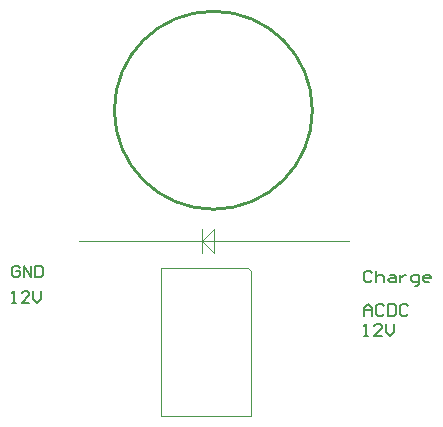
<source format=gto>
G04*
G04 #@! TF.GenerationSoftware,Altium Limited,Altium Designer,18.1.6 (161)*
G04*
G04 Layer_Color=65535*
%FSLAX44Y44*%
%MOMM*%
G71*
G01*
G75*
%ADD10C,0.2540*%
%ADD11C,0.1000*%
%ADD12C,0.2000*%
D10*
X952500Y1009650D02*
G03*
X952500Y1009650I-83820J0D01*
G01*
D11*
X858710Y899160D02*
X868870Y889000D01*
Y909320D01*
X858710Y889000D02*
Y909320D01*
Y899160D02*
X868870Y909320D01*
X754570Y899160D02*
X983170D01*
X824230Y750570D02*
Y876300D01*
Y750570D02*
X899160D01*
X900430D01*
Y873760D01*
X897890Y876300D02*
X900430Y873760D01*
X824230Y876300D02*
X897890D01*
D12*
X704624Y876471D02*
X702958Y878137D01*
X699626D01*
X697960Y876471D01*
Y869806D01*
X699626Y868140D01*
X702958D01*
X704624Y869806D01*
Y873138D01*
X701292D01*
X707957Y868140D02*
Y878137D01*
X714621Y868140D01*
Y878137D01*
X717954D02*
Y868140D01*
X722952D01*
X724618Y869806D01*
Y876471D01*
X722952Y878137D01*
X717954D01*
X996410Y835406D02*
Y842071D01*
X999742Y845403D01*
X1003074Y842071D01*
Y835406D01*
Y840405D01*
X996410D01*
X1013071Y843737D02*
X1011405Y845403D01*
X1008073D01*
X1006407Y843737D01*
Y837072D01*
X1008073Y835406D01*
X1011405D01*
X1013071Y837072D01*
X1016404Y845403D02*
Y835406D01*
X1021402D01*
X1023068Y837072D01*
Y843737D01*
X1021402Y845403D01*
X1016404D01*
X1033065Y843737D02*
X1031399Y845403D01*
X1028066D01*
X1026400Y843737D01*
Y837072D01*
X1028066Y835406D01*
X1031399D01*
X1033065Y837072D01*
X996410Y818610D02*
X999742D01*
X998076D01*
Y828607D01*
X996410Y826941D01*
X1011405Y818610D02*
X1004741D01*
X1011405Y825275D01*
Y826941D01*
X1009739Y828607D01*
X1006407D01*
X1004741Y826941D01*
X1014737Y828607D02*
Y821942D01*
X1018070Y818610D01*
X1021402Y821942D01*
Y828607D01*
X1003074Y872183D02*
X1001408Y873849D01*
X998076D01*
X996410Y872183D01*
Y865518D01*
X998076Y863852D01*
X1001408D01*
X1003074Y865518D01*
X1006407Y873849D02*
Y863852D01*
Y868851D01*
X1008073Y870517D01*
X1011405D01*
X1013071Y868851D01*
Y863852D01*
X1018070Y870517D02*
X1021402D01*
X1023068Y868851D01*
Y863852D01*
X1018070D01*
X1016404Y865518D01*
X1018070Y867185D01*
X1023068D01*
X1026400Y870517D02*
Y863852D01*
Y867185D01*
X1028066Y868851D01*
X1029733Y870517D01*
X1031399D01*
X1039729Y860520D02*
X1041395D01*
X1043062Y862186D01*
Y870517D01*
X1038063D01*
X1036397Y868851D01*
Y865518D01*
X1038063Y863852D01*
X1043062D01*
X1051392D02*
X1048060D01*
X1046394Y865518D01*
Y868851D01*
X1048060Y870517D01*
X1051392D01*
X1053058Y868851D01*
Y867185D01*
X1046394D01*
X697960Y846550D02*
X701292D01*
X699626D01*
Y856547D01*
X697960Y854881D01*
X712955Y846550D02*
X706291D01*
X712955Y853214D01*
Y854881D01*
X711289Y856547D01*
X707957D01*
X706291Y854881D01*
X716287Y856547D02*
Y849882D01*
X719620Y846550D01*
X722952Y849882D01*
Y856547D01*
M02*

</source>
